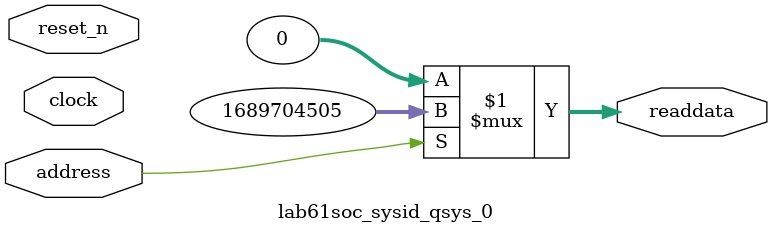
<source format=v>



// synthesis translate_off
`timescale 1ns / 1ps
// synthesis translate_on

// turn off superfluous verilog processor warnings 
// altera message_level Level1 
// altera message_off 10034 10035 10036 10037 10230 10240 10030 

module lab61soc_sysid_qsys_0 (
               // inputs:
                address,
                clock,
                reset_n,

               // outputs:
                readdata
             )
;

  output  [ 31: 0] readdata;
  input            address;
  input            clock;
  input            reset_n;

  wire    [ 31: 0] readdata;
  //control_slave, which is an e_avalon_slave
  assign readdata = address ? 1689704505 : 0;

endmodule



</source>
